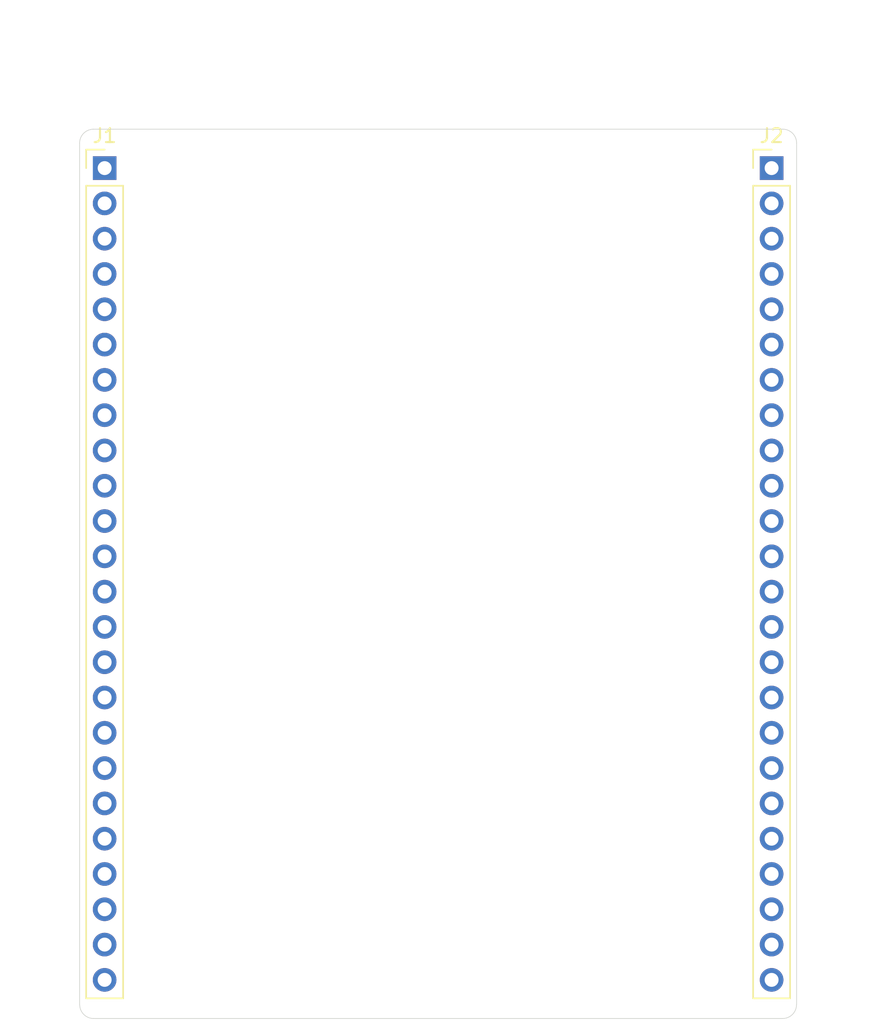
<source format=kicad_pcb>
(kicad_pcb (version 20240108) (generator "pcbnew") (generator_version "8.0")
  (layers (0 "F.Cu" signal) (31 "B.Cu" signal) (34 "B.Paste" user) (35 "F.Paste" user) (36 "B.SilkS" user "B.Silkscreen") (37 "F.SilkS" user "F.Silkscreen") (38 "B.Mask" user) (39 "F.Mask" user) (44 "Edge.Cuts" user))
  (net 0 "")
  (net 1 "/N_BOOT")
  (net 2 "/AUX1")
  (net 3 "/N_TX")
  (net 4 "/VSOLAR")
  (net 5 "/VBAT")
  (net 6 "/N_SDA")
  (net 7 "/N_VID")
  (net 8 "/N_NRST")
  (net 9 "/AUX4")
  (net 10 "/N_EN")
  (net 11 "/VUSB")
  (net 12 "GND")
  (net 13 "+3V3")
  (net 14 "/VMAIN")
  (net 15 "/N_SCL")
  (net 16 "/AUX_EN")
  (net 17 "/N_ATTN")
  (net 18 "/AUX_TX")
  (net 19 "/V+")
  (net 20 "/AUX_RX")
  (net 21 "/N_RX")
  (net 22 "/AUX3")
  (net 23 "/AUX2")
  (net 24 "/F_A1")
  (net 25 "/F_D12")
  (net 26 "/F_SCK")
  (net 27 "/F_TX")
  (net 28 "/F_D10")
  (net 29 "/F_D13")
  (net 30 "/F_A4")
  (net 31 "/F_D9")
  (net 32 "/F_D11")
  (net 33 "/F_MOSI")
  (net 34 "/F_NRST")
  (net 35 "/SCL")
  (net 36 "/F_A0")
  (net 37 "/F_AREF")
  (net 38 "/F_MISO")
  (net 39 "/F_D6")
  (net 40 "/F_B0")
  (net 41 "/F_RX")
  (net 42 "/F_D5")
  (net 43 "/F_A5")
  (net 44 "/F_EN")
  (net 45 "/F_A3")
  (net 46 "/F_A2")
  (net 47 "/SDA")
  (footprint "Connector_PinHeader_2.54mm:PinHeader_1x24_P2.54mm_Vertical" (layer "F.Cu") (at 137 58)
    (property "Reference" "J1" (at 0 -2.33 0) (layer "F.SilkS"))
    (property "Value" "Conn_01x24_Socket")
    (fp_line (start -1.33 -1.33) (end 0 -1.33) (stroke (width 0.12)) (layer "F.SilkS"))
    (fp_line (start -1.33 0) (end -1.33 -1.33) (stroke (width 0.12)) (layer "F.SilkS"))
    (fp_line (start -1.33 1.27) (end -1.33 59.75) (stroke (width 0.12)) (layer "F.SilkS"))
    (fp_line (start -1.33 1.27) (end 1.33 1.27) (stroke (width 0.12)) (layer "F.SilkS"))
    (fp_line (start -1.33 59.75) (end 1.33 59.75) (stroke (width 0.12)) (layer "F.SilkS"))
    (fp_line (start 1.33 1.27) (end 1.33 59.75) (stroke (width 0.12)) (layer "F.SilkS"))
    (pad "1" thru_hole rect (at 0 0) (size 1.7 1.7) (drill 1) (layers "*.Cu" "*.Mask") (net 13 "+3V3"))
    (pad "2" thru_hole oval (at 0 2.54) (size 1.7 1.7) (drill 1) (layers "*.Cu" "*.Mask") (net 11 "/VUSB"))
    (pad "3" thru_hole oval (at 0 5.08) (size 1.7 1.7) (drill 1) (layers "*.Cu" "*.Mask") (net 5 "/VBAT"))
    (pad "4" thru_hole oval (at 0 7.62) (size 1.7 1.7) (drill 1) (layers "*.Cu" "*.Mask") (net 14 "/VMAIN"))
    (pad "5" thru_hole oval (at 0 10.16) (size 1.7 1.7) (drill 1) (layers "*.Cu" "*.Mask") (net 7 "/N_VID"))
    (pad "6" thru_hole oval (at 0 12.7) (size 1.7 1.7) (drill 1) (layers "*.Cu" "*.Mask") (net 4 "/VSOLAR"))
    (pad "7" thru_hole oval (at 0 15.24) (size 1.7 1.7) (drill 1) (layers "*.Cu" "*.Mask") (net 19 "/V+"))
    (pad "8" thru_hole oval (at 0 17.78) (size 1.7 1.7) (drill 1) (layers "*.Cu" "*.Mask") (net 12 "GND"))
    (pad "9" thru_hole oval (at 0 20.32) (size 1.7 1.7) (drill 1) (layers "*.Cu" "*.Mask") (net 10 "/N_EN"))
    (pad "10" thru_hole oval (at 0 22.86) (size 1.7 1.7) (drill 1) (layers "*.Cu" "*.Mask") (net 8 "/N_NRST"))
    (pad "11" thru_hole oval (at 0 25.4) (size 1.7 1.7) (drill 1) (layers "*.Cu" "*.Mask") (net 1 "/N_BOOT"))
    (pad "12" thru_hole oval (at 0 27.94) (size 1.7 1.7) (drill 1) (layers "*.Cu" "*.Mask") (net 15 "/N_SCL"))
    (pad "13" thru_hole oval (at 0 30.48) (size 1.7 1.7) (drill 1) (layers "*.Cu" "*.Mask") (net 6 "/N_SDA"))
    (pad "14" thru_hole oval (at 0 33.02) (size 1.7 1.7) (drill 1) (layers "*.Cu" "*.Mask") (net 17 "/N_ATTN"))
    (pad "15" thru_hole oval (at 0 35.56) (size 1.7 1.7) (drill 1) (layers "*.Cu" "*.Mask") (net 16 "/AUX_EN"))
    (pad "16" thru_hole oval (at 0 38.1) (size 1.7 1.7) (drill 1) (layers "*.Cu" "*.Mask") (net 20 "/AUX_RX"))
    (pad "17" thru_hole oval (at 0 40.64) (size 1.7 1.7) (drill 1) (layers "*.Cu" "*.Mask") (net 18 "/AUX_TX"))
    (pad "18" thru_hole oval (at 0 43.18) (size 1.7 1.7) (drill 1) (layers "*.Cu" "*.Mask") (net 2 "/AUX1"))
    (pad "19" thru_hole oval (at 0 45.72) (size 1.7 1.7) (drill 1) (layers "*.Cu" "*.Mask") (net 23 "/AUX2"))
    (pad "20" thru_hole oval (at 0 48.26) (size 1.7 1.7) (drill 1) (layers "*.Cu" "*.Mask") (net 22 "/AUX3"))
    (pad "21" thru_hole oval (at 0 50.8) (size 1.7 1.7) (drill 1) (layers "*.Cu" "*.Mask") (net 9 "/AUX4"))
    (pad "22" thru_hole oval (at 0 53.34) (size 1.7 1.7) (drill 1) (layers "*.Cu" "*.Mask") (net 21 "/N_RX"))
    (pad "23" thru_hole oval (at 0 55.88) (size 1.7 1.7) (drill 1) (layers "*.Cu" "*.Mask") (net 3 "/N_TX"))
    (pad "24" thru_hole oval (at 0 58.42) (size 1.7 1.7) (drill 1) (layers "*.Cu" "*.Mask") (net 12 "GND"))
  )
  (footprint "Connector_PinHeader_2.54mm:PinHeader_1x24_P2.54mm_Vertical" (layer "F.Cu") (at 185 58)
    (property "Reference" "J2" (at 0 -2.33 0) (layer "F.SilkS"))
    (property "Value" "Conn_01x24_Socket")
    (fp_line (start -1.33 -1.33) (end 0 -1.33) (stroke (width 0.12)) (layer "F.SilkS"))
    (fp_line (start -1.33 0) (end -1.33 -1.33) (stroke (width 0.12)) (layer "F.SilkS"))
    (fp_line (start -1.33 1.27) (end -1.33 59.75) (stroke (width 0.12)) (layer "F.SilkS"))
    (fp_line (start -1.33 1.27) (end 1.33 1.27) (stroke (width 0.12)) (layer "F.SilkS"))
    (fp_line (start -1.33 59.75) (end 1.33 59.75) (stroke (width 0.12)) (layer "F.SilkS"))
    (fp_line (start 1.33 1.27) (end 1.33 59.75) (stroke (width 0.12)) (layer "F.SilkS"))
    (pad "1" thru_hole rect (at 0 0) (size 1.7 1.7) (drill 1) (layers "*.Cu" "*.Mask") (net 34 "/F_NRST"))
    (pad "2" thru_hole oval (at 0 2.54) (size 1.7 1.7) (drill 1) (layers "*.Cu" "*.Mask") (net 44 "/F_EN"))
    (pad "3" thru_hole oval (at 0 5.08) (size 1.7 1.7) (drill 1) (layers "*.Cu" "*.Mask") (net 47 "/SDA"))
    (pad "4" thru_hole oval (at 0 7.62) (size 1.7 1.7) (drill 1) (layers "*.Cu" "*.Mask") (net 35 "/SCL"))
    (pad "5" thru_hole oval (at 0 10.16) (size 1.7 1.7) (drill 1) (layers "*.Cu" "*.Mask") (net 42 "/F_D5"))
    (pad "6" thru_hole oval (at 0 12.7) (size 1.7 1.7) (drill 1) (layers "*.Cu" "*.Mask") (net 39 "/F_D6"))
    (pad "7" thru_hole oval (at 0 15.24) (size 1.7 1.7) (drill 1) (layers "*.Cu" "*.Mask") (net 31 "/F_D9"))
    (pad "8" thru_hole oval (at 0 17.78) (size 1.7 1.7) (drill 1) (layers "*.Cu" "*.Mask") (net 28 "/F_D10"))
    (pad "9" thru_hole oval (at 0 20.32) (size 1.7 1.7) (drill 1) (layers "*.Cu" "*.Mask") (net 32 "/F_D11"))
    (pad "10" thru_hole oval (at 0 22.86) (size 1.7 1.7) (drill 1) (layers "*.Cu" "*.Mask") (net 25 "/F_D12"))
    (pad "11" thru_hole oval (at 0 25.4) (size 1.7 1.7) (drill 1) (layers "*.Cu" "*.Mask") (net 29 "/F_D13"))
    (pad "12" thru_hole oval (at 0 27.94) (size 1.7 1.7) (drill 1) (layers "*.Cu" "*.Mask") (net 40 "/F_B0"))
    (pad "13" thru_hole oval (at 0 30.48) (size 1.7 1.7) (drill 1) (layers "*.Cu" "*.Mask") (net 27 "/F_TX"))
    (pad "14" thru_hole oval (at 0 33.02) (size 1.7 1.7) (drill 1) (layers "*.Cu" "*.Mask") (net 41 "/F_RX"))
    (pad "15" thru_hole oval (at 0 35.56) (size 1.7 1.7) (drill 1) (layers "*.Cu" "*.Mask") (net 38 "/F_MISO"))
    (pad "16" thru_hole oval (at 0 38.1) (size 1.7 1.7) (drill 1) (layers "*.Cu" "*.Mask") (net 33 "/F_MOSI"))
    (pad "17" thru_hole oval (at 0 40.64) (size 1.7 1.7) (drill 1) (layers "*.Cu" "*.Mask") (net 26 "/F_SCK"))
    (pad "18" thru_hole oval (at 0 43.18) (size 1.7 1.7) (drill 1) (layers "*.Cu" "*.Mask") (net 43 "/F_A5"))
    (pad "19" thru_hole oval (at 0 45.72) (size 1.7 1.7) (drill 1) (layers "*.Cu" "*.Mask") (net 30 "/F_A4"))
    (pad "20" thru_hole oval (at 0 48.26) (size 1.7 1.7) (drill 1) (layers "*.Cu" "*.Mask") (net 45 "/F_A3"))
    (pad "21" thru_hole oval (at 0 50.8) (size 1.7 1.7) (drill 1) (layers "*.Cu" "*.Mask") (net 46 "/F_A2"))
    (pad "22" thru_hole oval (at 0 53.34) (size 1.7 1.7) (drill 1) (layers "*.Cu" "*.Mask") (net 24 "/F_A1"))
    (pad "23" thru_hole oval (at 0 55.88) (size 1.7 1.7) (drill 1) (layers "*.Cu" "*.Mask") (net 36 "/F_A0"))
    (pad "24" thru_hole oval (at 0 58.42) (size 1.7 1.7) (drill 1) (layers "*.Cu" "*.Mask") (net 37 "/F_AREF"))
  )
  (gr_line (start 186.8 118.2) (end 186.8 56.2) (stroke (width 0.05)) (layer "Edge.Cuts"))
  (gr_line (start 135.2 56.2) (end 135.2 118.2) (stroke (width 0.05)) (layer "Edge.Cuts"))
  (gr_arc (start 185.8 55.2) (mid 186.507107 55.492893) (end 186.8 56.2) (stroke (width 0.05)) (layer "Edge.Cuts"))
  (gr_arc (start 136.207107 119.2) (mid 135.5 118.907107) (end 135.207107 118.2) (stroke (width 0.05)) (layer "Edge.Cuts"))
  (gr_arc (start 186.792893 118.2) (mid 186.5 118.907107) (end 185.792893 119.2) (stroke (width 0.05)) (layer "Edge.Cuts"))
  (gr_arc (start 135.2 56.2) (mid 135.492893 55.492893) (end 136.2 55.2) (stroke (width 0.05)) (layer "Edge.Cuts"))
  (gr_line (start 185.792893 119.2) (end 136.207107 119.2) (stroke (width 0.05)) (layer "Edge.Cuts"))
  (gr_line (start 185.8 55.2) (end 136.2 55.2) (stroke (width 0.05)) (layer "Edge.Cuts"))
)
</source>
